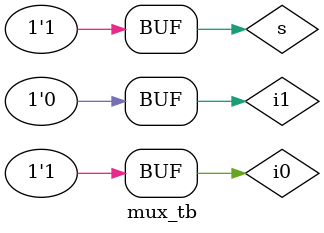
<source format=sv>
module mux_tb ;
  wire Y;
  reg i0,i1,s;
  
  mux dut (Y,i0,i1,s);
   
  initial 
    begin
    i0 =1'b0;
    #15 i0=1'b1;
    #10 i0 =1'b0;
    #15 i0=1'b1;
  end
  
  initial 
    begin
    i1 =1'b0;
    #7 i1=1'b1;
    #5 i1=1'b0;
    #7 i1=1'b1;
    #5 i1=1'b0;
  end
  
   initial 
    begin
    s =1'b0;
    #10 s=1'b1;
    #10 s =1'b0;
    #10 s=1'b1;
  end
  initial begin
    $monitor("Y = %b i0 = %b i1 = %b s = %b", Y,i0,i1,s);
    $dumpfile("dump.vcd");
    $dumpvars;
  end
endmodule

</source>
